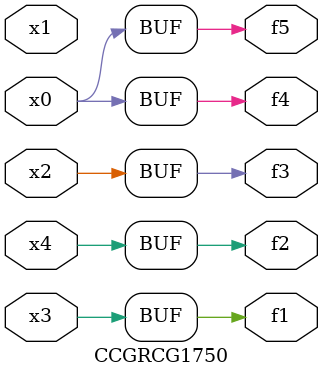
<source format=v>
module CCGRCG1750(
	input x0, x1, x2, x3, x4,
	output f1, f2, f3, f4, f5
);
	assign f1 = x3;
	assign f2 = x4;
	assign f3 = x2;
	assign f4 = x0;
	assign f5 = x0;
endmodule

</source>
